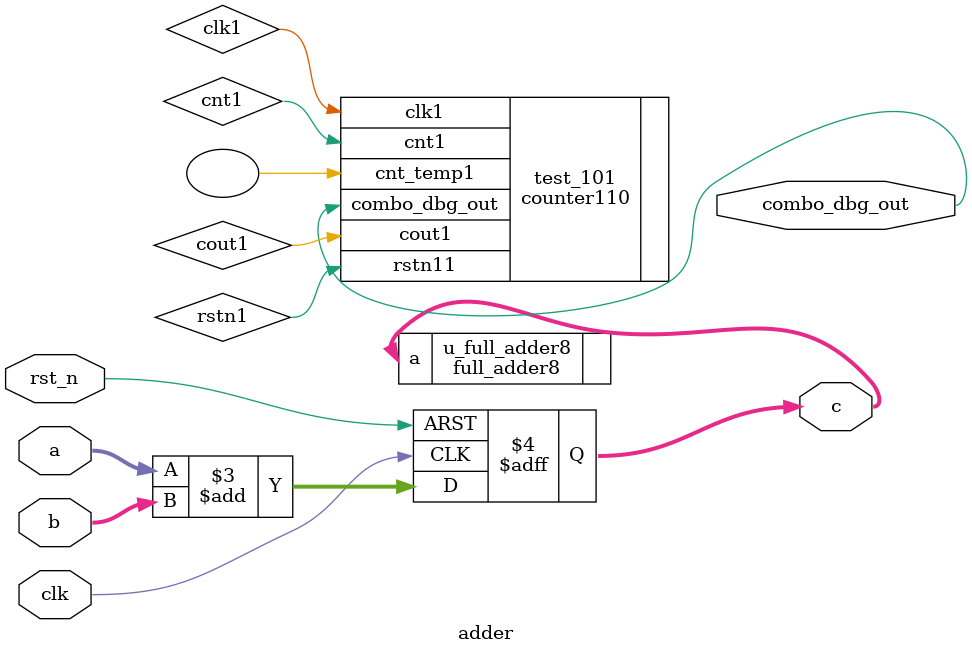
<source format=v>
module adder( combo_dbg_out,clk, rst_n, a, b, c);
    output combo_dbg_out;
    input [3:0] a;
	input [3:0] b;
	output [7:0] c;
    input clk, rst_n;

    wire [3:0] a;
	wire [3:0] b;
	reg [7:0] c;

	always @(posedge clk or negedge rst_n) begin
		if (rst_n == 1'b0)
			c <= 8'b0;
		else
			c <= a+b;
	end

	full_adder8 u_full_adder8(
		.a(c)
	);

    counter110 test_101(
        .combo_dbg_out( combo_dbg_out),

        .rstn11(rstn1),
        .clk1(clk1),
        .cnt1(cnt1),
        .cout1(cout1),
        .cnt_temp1()
    );

endmodule


</source>
